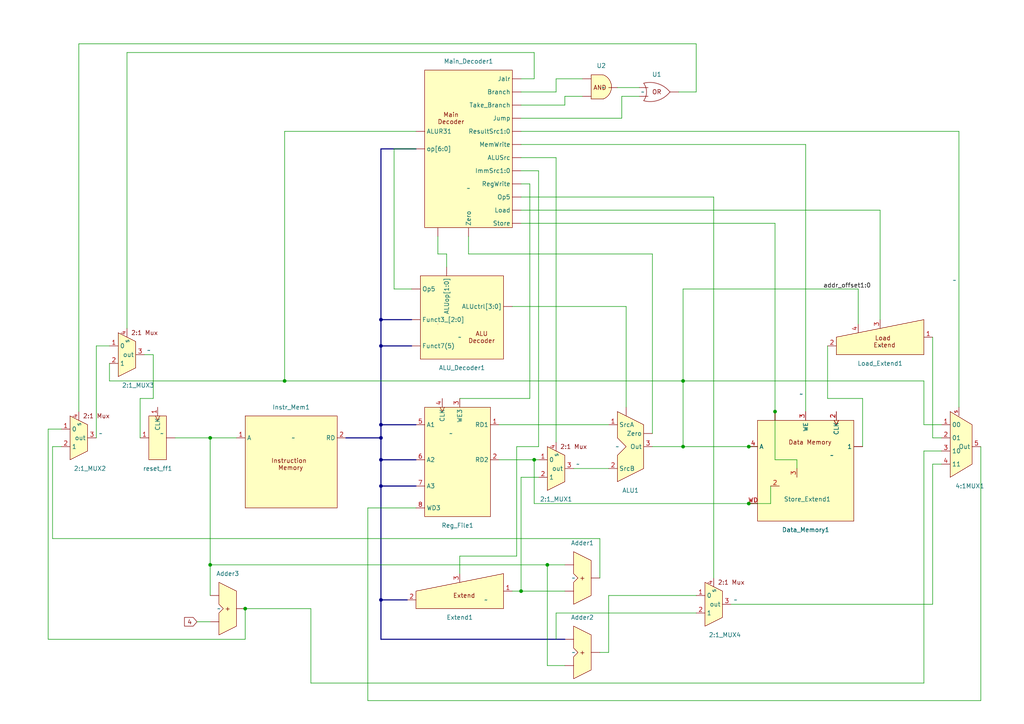
<source format=kicad_sch>
(kicad_sch (version 20230121) (generator eeschema)

  (uuid 2f34f6d2-3d96-41f1-a935-da256f05b03a)

  (paper "A4")

  (lib_symbols
    (symbol "RiscV_Microachitecture:ALU" (in_bom yes) (on_board yes)
      (property "Reference" "ALU" (at 2.54 -12.7 0)
        (effects (font (size 1.27 1.27)))
      )
      (property "Value" "" (at 0 0 0)
        (effects (font (size 1.27 1.27)))
      )
      (property "Footprint" "" (at 0 0 0)
        (effects (font (size 1.27 1.27)) hide)
      )
      (property "Datasheet" "" (at 0 0 0)
        (effects (font (size 1.27 1.27)) hide)
      )
      (symbol "ALU_1_1"
        (polyline
          (pts
            (xy 0 10.16)
            (xy 0 2.54)
            (xy 2.54 0)
            (xy 0 -2.54)
            (xy 0 -10.16)
            (xy 7.62 -6.35)
            (xy 7.62 6.35)
            (xy 0 10.16)
          )
          (stroke (width 0) (type default))
          (fill (type background))
        )
        (pin input line (at 2.54 11.43 270) (length 2.54)
          (name "" (effects (font (size 1.27 1.27))))
          (number "" (effects (font (size 1.27 1.27))))
        )
        (pin input line (at 10.16 3.81 180) (length 2.54)
          (name "Zero" (effects (font (size 1.27 1.27))))
          (number "" (effects (font (size 1.27 1.27))))
        )
        (pin input line (at -2.54 6.35 0) (length 2.54)
          (name "SrcA" (effects (font (size 1.27 1.27))))
          (number "1" (effects (font (size 1.27 1.27))))
        )
        (pin input line (at -2.54 -6.35 0) (length 2.54)
          (name "SrcB" (effects (font (size 1.27 1.27))))
          (number "2" (effects (font (size 1.27 1.27))))
        )
        (pin output line (at 10.16 0 180) (length 2.54)
          (name "Out" (effects (font (size 1.27 1.27))))
          (number "3" (effects (font (size 1.27 1.27))))
        )
      )
    )
    (symbol "RiscV_Microachitecture:ALU_Decoder" (in_bom yes) (on_board yes)
      (property "Reference" "ALU_Decoder" (at 0 -13.97 0)
        (effects (font (size 1.27 1.27)))
      )
      (property "Value" "" (at 0 -5.08 0)
        (effects (font (size 1.27 1.27)))
      )
      (property "Footprint" "" (at 0 -5.08 0)
        (effects (font (size 1.27 1.27)) hide)
      )
      (property "Datasheet" "" (at 0 -5.08 0)
        (effects (font (size 1.27 1.27)) hide)
      )
      (symbol "ALU_Decoder_1_1"
        (rectangle (start -11.43 12.7) (end 12.7 -11.43)
          (stroke (width 0) (type default))
          (fill (type background))
        )
        (rectangle (start -6.35 -1.27) (end -6.35 -1.27)
          (stroke (width 0) (type default))
          (fill (type none))
        )
        (text "ALU\nDecoder" (at 6.35 -5.08 0)
          (effects (font (size 1.27 1.27)))
        )
        (pin input line (at 15.24 3.81 180) (length 2.54)
          (name "ALUctrl[3:0]" (effects (font (size 1.27 1.27))))
          (number "" (effects (font (size 1.27 1.27))))
        )
        (pin input line (at -3.81 15.24 270) (length 2.54)
          (name "ALUop[1:0]" (effects (font (size 1.27 1.27))))
          (number "" (effects (font (size 1.27 1.27))))
        )
        (pin input line (at -13.97 0 0) (length 2.54)
          (name "Funct3_[2:0]" (effects (font (size 1.27 1.27))))
          (number "" (effects (font (size 1.27 1.27))))
        )
        (pin input line (at -13.97 -7.62 0) (length 2.54)
          (name "Funct7(5)" (effects (font (size 1.27 1.27))))
          (number "" (effects (font (size 1.27 1.27))))
        )
        (pin input line (at -13.97 8.89 0) (length 2.54)
          (name "Op5" (effects (font (size 1.27 1.27))))
          (number "" (effects (font (size 1.27 1.27))))
        )
      )
    )
    (symbol "RiscV_Microachitecture:AND_Gate" (in_bom yes) (on_board yes)
      (property "Reference" "U" (at 0 -5.08 0)
        (effects (font (size 1.27 1.27)))
      )
      (property "Value" "" (at 1.016 0 0)
        (effects (font (size 1.27 1.27)))
      )
      (property "Footprint" "" (at 1.016 0 0)
        (effects (font (size 1.27 1.27)) hide)
      )
      (property "Datasheet" "" (at 1.016 0 0)
        (effects (font (size 1.27 1.27)) hide)
      )
      (symbol "AND_Gate_1_1"
        (polyline
          (pts
            (xy 0.889 3.683)
            (xy -2.54 3.683)
            (xy -2.54 -3.302)
            (xy 1.016 -3.302)
          )
          (stroke (width 0) (type default))
          (fill (type background))
        )
        (arc (start 1.016 -3.302) (mid 3.3619 0.1905) (end 1.016 3.683)
          (stroke (width 0) (type default))
          (fill (type background))
        )
        (text "AND" (at 0 0 0)
          (effects (font (size 1.27 1.27)))
        )
        (pin input line (at -5.08 -2.54 0) (length 2.54)
          (name "" (effects (font (size 1.27 1.27))))
          (number "" (effects (font (size 1.27 1.27))))
        )
        (pin input line (at -5.08 2.54 0) (length 2.54)
          (name "" (effects (font (size 1.27 1.27))))
          (number "" (effects (font (size 1.27 1.27))))
        )
        (pin output line (at 5.08 0 180) (length 2.54)
          (name "" (effects (font (size 1.27 1.27))))
          (number "" (effects (font (size 1.27 1.27))))
        )
      )
    )
    (symbol "RiscV_Microachitecture:Adder" (in_bom yes) (on_board yes)
      (property "Reference" "Adder" (at 2.54 -8.89 0)
        (effects (font (size 1.27 1.27)))
      )
      (property "Value" "" (at 0 0 0)
        (effects (font (size 1.27 1.27)))
      )
      (property "Footprint" "" (at 0 0 0)
        (effects (font (size 1.27 1.27)) hide)
      )
      (property "Datasheet" "" (at 0 0 0)
        (effects (font (size 1.27 1.27)) hide)
      )
      (symbol "Adder_1_1"
        (polyline
          (pts
            (xy 0 7.62)
            (xy 0 1.27)
            (xy 1.27 0)
            (xy 0 -1.27)
            (xy 0 -7.62)
            (xy 5.08 -5.08)
            (xy 5.08 5.08)
            (xy 0 7.62)
          )
          (stroke (width 0) (type default))
          (fill (type background))
        )
        (text "+" (at 2.54 0 0)
          (effects (font (size 1.27 1.27)))
        )
        (pin input line (at -2.54 -3.81 0) (length 2.54)
          (name "" (effects (font (size 1.27 1.27))))
          (number "" (effects (font (size 1.27 1.27))))
        )
        (pin input line (at -2.54 3.81 0) (length 2.54)
          (name "" (effects (font (size 1.27 1.27))))
          (number "" (effects (font (size 1.27 1.27))))
        )
        (pin output line (at 7.62 0 180) (length 2.54)
          (name "" (effects (font (size 1.27 1.27))))
          (number "" (effects (font (size 1.27 1.27))))
        )
      )
    )
    (symbol "RiscV_Microachitecture:Data_Memory" (in_bom yes) (on_board yes)
      (property "Reference" "Data_Memory" (at 0 -17.78 0)
        (effects (font (size 1.27 1.27)))
      )
      (property "Value" "" (at 6.35 3.81 0)
        (effects (font (size 1.27 1.27)))
      )
      (property "Footprint" "" (at 6.35 3.81 0)
        (effects (font (size 1.27 1.27)) hide)
      )
      (property "Datasheet" "" (at 6.35 3.81 0)
        (effects (font (size 1.27 1.27)) hide)
      )
      (symbol "Data_Memory_1_1"
        (rectangle (start -15.24 13.97) (end 12.7 -15.24)
          (stroke (width 0) (type default))
          (fill (type background))
        )
        (text "Data Memory" (at 0 7.62 0)
          (effects (font (size 1.27 1.27)))
        )
        (pin input line (at -10.16 16.51 270) (length 2.54)
          (name "" (effects (font (size 1.27 1.27))))
          (number "" (effects (font (size 1.27 1.27))))
        )
        (pin output line (at 15.24 6.35 180) (length 2.54)
          (name "1" (effects (font (size 1.27 1.27))))
          (number "" (effects (font (size 1.27 1.27))))
        )
        (pin input clock (at 7.62 16.51 270) (length 2.54)
          (name "CLK" (effects (font (size 1.27 1.27))))
          (number "2" (effects (font (size 1.27 1.27))))
        )
        (pin input line (at -1.27 16.51 270) (length 2.54)
          (name "WE" (effects (font (size 1.27 1.27))))
          (number "3" (effects (font (size 1.27 1.27))))
        )
        (pin input line (at -17.78 6.35 0) (length 2.54)
          (name "A" (effects (font (size 1.27 1.27))))
          (number "4" (effects (font (size 1.27 1.27))))
        )
        (pin input line (at -17.78 -10.16 0) (length 2.54)
          (name "" (effects (font (size 1.27 1.27))))
          (number "WD" (effects (font (size 1.27 1.27))))
        )
      )
    )
    (symbol "RiscV_Microachitecture:Extend" (in_bom yes) (on_board yes)
      (property "Reference" "Extend" (at 1.27 -5.08 0)
        (effects (font (size 1.27 1.27)))
      )
      (property "Value" "" (at 7.62 0 0)
        (effects (font (size 1.27 1.27)))
      )
      (property "Footprint" "" (at 7.62 0 0)
        (effects (font (size 1.27 1.27)) hide)
      )
      (property "Datasheet" "" (at 7.62 0 0)
        (effects (font (size 1.27 1.27)) hide)
      )
      (symbol "Extend_1_1"
        (polyline
          (pts
            (xy -12.7 -2.54)
            (xy 12.7 -2.54)
            (xy 12.7 7.62)
            (xy -12.7 2.54)
            (xy -12.7 -2.54)
          )
          (stroke (width 0) (type default))
          (fill (type background))
        )
        (text "Extend" (at 1.27 1.27 0)
          (effects (font (size 1.27 1.27)))
        )
        (pin output line (at 15.24 2.54 180) (length 2.54)
          (name "" (effects (font (size 1.27 1.27))))
          (number "1" (effects (font (size 1.27 1.27))))
        )
        (pin input line (at -15.24 0 0) (length 2.54)
          (name "" (effects (font (size 1.27 1.27))))
          (number "2" (effects (font (size 1.27 1.27))))
        )
        (pin input line (at 0 7.62 270) (length 2.54)
          (name "" (effects (font (size 1.27 1.27))))
          (number "3" (effects (font (size 1.27 1.27))))
        )
      )
    )
    (symbol "RiscV_Microachitecture:Instruction_Memory" (in_bom yes) (on_board yes)
      (property "Reference" "Instr_Mem" (at 0 -15.24 0)
        (effects (font (size 1.27 1.27)))
      )
      (property "Value" "" (at 0 7.62 0)
        (effects (font (size 1.27 1.27)))
      )
      (property "Footprint" "" (at 0 7.62 0)
        (effects (font (size 1.27 1.27)) hide)
      )
      (property "Datasheet" "" (at 0 7.62 0)
        (effects (font (size 1.27 1.27)) hide)
      )
      (symbol "Instruction_Memory_1_1"
        (rectangle (start -13.97 13.97) (end 12.7 -12.7)
          (stroke (width 0) (type default))
          (fill (type background))
        )
        (text "Instruction\n Memory" (at -1.27 0 0)
          (effects (font (size 1.27 1.27)))
        )
        (pin input line (at -16.51 7.62 0) (length 2.54)
          (name "A" (effects (font (size 1.27 1.27))))
          (number "1" (effects (font (size 1.27 1.27))))
        )
        (pin output line (at 15.24 7.62 180) (length 2.54)
          (name "RD" (effects (font (size 1.27 1.27))))
          (number "2" (effects (font (size 1.27 1.27))))
        )
      )
    )
    (symbol "RiscV_Microachitecture:Main_Decoder" (in_bom yes) (on_board yes)
      (property "Reference" "Main_Decoder" (at -1.27 36.83 0)
        (effects (font (size 1.27 1.27)))
      )
      (property "Value" "" (at 0 0 0)
        (effects (font (size 1.27 1.27)))
      )
      (property "Footprint" "" (at 0 0 0)
        (effects (font (size 1.27 1.27)) hide)
      )
      (property "Datasheet" "" (at 0 0 0)
        (effects (font (size 1.27 1.27)) hide)
      )
      (symbol "Main_Decoder_1_1"
        (rectangle (start -12.7 34.29) (end 12.7 -11.43)
          (stroke (width 0) (type default))
          (fill (type background))
        )
        (text "Main\nDecoder" (at -5.08 20.32 0)
          (effects (font (size 1.27 1.27)))
        )
        (pin output line (at -8.89 -13.97 90) (length 2.54)
          (name "" (effects (font (size 1.27 1.27))))
          (number "" (effects (font (size 1.27 1.27))))
        )
        (pin input line (at -15.24 16.51 0) (length 2.54)
          (name "ALUR31" (effects (font (size 1.27 1.27))))
          (number "" (effects (font (size 1.27 1.27))))
        )
        (pin output line (at 15.24 8.89 180) (length 2.54)
          (name "ALUSrc" (effects (font (size 1.27 1.27))))
          (number "" (effects (font (size 1.27 1.27))))
        )
        (pin input line (at 15.24 27.94 180) (length 2.54)
          (name "Branch" (effects (font (size 1.27 1.27))))
          (number "" (effects (font (size 1.27 1.27))))
        )
        (pin output line (at 15.24 5.08 180) (length 2.54)
          (name "ImmSrc1:0" (effects (font (size 1.27 1.27))))
          (number "" (effects (font (size 1.27 1.27))))
        )
        (pin output line (at 15.24 31.75 180) (length 2.54)
          (name "Jalr" (effects (font (size 1.27 1.27))))
          (number "" (effects (font (size 1.27 1.27))))
        )
        (pin output line (at 15.24 20.32 180) (length 2.54)
          (name "Jump" (effects (font (size 1.27 1.27))))
          (number "" (effects (font (size 1.27 1.27))))
        )
        (pin output line (at 15.24 -6.35 180) (length 2.54)
          (name "Load" (effects (font (size 1.27 1.27))))
          (number "" (effects (font (size 1.27 1.27))))
        )
        (pin output line (at 15.24 12.7 180) (length 2.54)
          (name "MemWrite" (effects (font (size 1.27 1.27))))
          (number "" (effects (font (size 1.27 1.27))))
        )
        (pin output line (at 15.24 -2.54 180) (length 2.54)
          (name "Op5" (effects (font (size 1.27 1.27))))
          (number "" (effects (font (size 1.27 1.27))))
        )
        (pin output line (at 15.24 1.27 180) (length 2.54)
          (name "RegWrite" (effects (font (size 1.27 1.27))))
          (number "" (effects (font (size 1.27 1.27))))
        )
        (pin output line (at 15.24 16.51 180) (length 2.54)
          (name "ResultSrc1:0" (effects (font (size 1.27 1.27))))
          (number "" (effects (font (size 1.27 1.27))))
        )
        (pin output line (at 15.24 -10.16 180) (length 2.54)
          (name "Store" (effects (font (size 1.27 1.27))))
          (number "" (effects (font (size 1.27 1.27))))
        )
        (pin input line (at 15.24 24.13 180) (length 2.54)
          (name "Take_Branch" (effects (font (size 1.27 1.27))))
          (number "" (effects (font (size 1.27 1.27))))
        )
        (pin input line (at 0 -13.97 90) (length 2.54)
          (name "Zero" (effects (font (size 1.27 1.27))))
          (number "" (effects (font (size 1.27 1.27))))
        )
        (pin input line (at -15.24 11.43 0) (length 2.54)
          (name "op[6:0]" (effects (font (size 1.27 1.27))))
          (number "" (effects (font (size 1.27 1.27))))
        )
      )
    )
    (symbol "RiscV_Microachitecture:Mux_2{colon}1" (in_bom yes) (on_board yes)
      (property "Reference" "2:1_MUX" (at 0 -8.89 0)
        (effects (font (size 1.27 1.27)))
      )
      (property "Value" "" (at 6.35 1.27 0)
        (effects (font (size 1.27 1.27)))
      )
      (property "Footprint" "" (at 6.35 1.27 0)
        (effects (font (size 1.27 1.27)) hide)
      )
      (property "Datasheet" "" (at 6.35 1.27 0)
        (effects (font (size 1.27 1.27)) hide)
      )
      (symbol "Mux_2{colon}1_0_1"
        (polyline
          (pts
            (xy 2.54 1.27)
            (xy 2.54 1.27)
          )
          (stroke (width 0) (type default))
          (fill (type none))
        )
        (polyline
          (pts
            (xy 2.54 1.27)
            (xy 2.54 1.27)
          )
          (stroke (width 0) (type default))
          (fill (type none))
        )
      )
      (symbol "Mux_2{colon}1_1_1"
        (polyline
          (pts
            (xy -2.54 6.35)
            (xy -2.54 -6.35)
            (xy 2.54 -3.81)
            (xy 2.54 3.81)
            (xy -2.54 6.35)
          )
          (stroke (width 0) (type default))
          (fill (type background))
        )
        (text "2:1 Mux" (at 5.08 6.35 0)
          (effects (font (size 1.27 1.27)))
        )
        (pin input line (at -5.08 2.54 0) (length 2.54)
          (name "0" (effects (font (size 1.27 1.27))))
          (number "1" (effects (font (size 1.27 1.27))))
        )
        (pin input line (at -5.08 -2.54 0) (length 2.54)
          (name "1" (effects (font (size 1.27 1.27))))
          (number "2" (effects (font (size 1.27 1.27))))
        )
        (pin output line (at 5.08 0 180) (length 2.54)
          (name "out" (effects (font (size 1.27 1.27))))
          (number "3" (effects (font (size 1.27 1.27))))
        )
        (pin input line (at 0 7.62 270) (length 2.54)
          (name "s" (effects (font (size 1.27 1.27))))
          (number "4" (effects (font (size 1.27 1.27))))
        )
      )
    )
    (symbol "RiscV_Microachitecture:Mux_4{colon}1" (in_bom yes) (on_board yes)
      (property "Reference" "4:1MUX" (at -1.27 -11.43 0)
        (effects (font (size 1.27 1.27)))
      )
      (property "Value" "" (at -1.27 48.26 0)
        (effects (font (size 1.27 1.27)))
      )
      (property "Footprint" "" (at -1.27 48.26 0)
        (effects (font (size 1.27 1.27)) hide)
      )
      (property "Datasheet" "" (at -1.27 48.26 0)
        (effects (font (size 1.27 1.27)) hide)
      )
      (symbol "Mux_4{colon}1_0_1"
        (polyline
          (pts
            (xy 8.89 21.59)
            (xy 8.89 21.59)
          )
          (stroke (width 0) (type default))
          (fill (type none))
        )
        (polyline
          (pts
            (xy 8.89 21.59)
            (xy 8.89 21.59)
          )
          (stroke (width 0) (type default))
          (fill (type none))
        )
      )
      (symbol "Mux_4{colon}1_1_1"
        (polyline
          (pts
            (xy -2.54 10.16)
            (xy -2.54 -8.89)
            (xy 3.81 -5.08)
            (xy 3.81 6.35)
            (xy -2.54 10.16)
          )
          (stroke (width 0) (type default))
          (fill (type background))
        )
        (pin input line (at -5.08 6.35 0) (length 2.54)
          (name "00" (effects (font (size 1.27 1.27))))
          (number "1" (effects (font (size 1.27 1.27))))
        )
        (pin input line (at -5.08 2.54 0) (length 2.54)
          (name "01" (effects (font (size 1.27 1.27))))
          (number "2" (effects (font (size 1.27 1.27))))
        )
        (pin input line (at -5.08 -1.27 0) (length 2.54)
          (name "10" (effects (font (size 1.27 1.27))))
          (number "3" (effects (font (size 1.27 1.27))))
        )
        (pin input line (at -5.08 -5.08 0) (length 2.54)
          (name "11" (effects (font (size 1.27 1.27))))
          (number "4" (effects (font (size 1.27 1.27))))
        )
        (pin output line (at 6.35 0 180) (length 2.54)
          (name "Out" (effects (font (size 1.27 1.27))))
          (number "5" (effects (font (size 1.27 1.27))))
        )
        (pin input line (at 0 11.43 270) (length 2.54)
          (name "" (effects (font (size 1.27 1.27))))
          (number "s" (effects (font (size 1.27 1.27))))
        )
      )
    )
    (symbol "RiscV_Microachitecture:OR_Gate" (in_bom yes) (on_board yes)
      (property "Reference" "U" (at -5.334 0 0)
        (effects (font (size 1.27 1.27)))
      )
      (property "Value" "" (at -5.334 0 0)
        (effects (font (size 1.27 1.27)))
      )
      (property "Footprint" "" (at -5.334 0 0)
        (effects (font (size 1.27 1.27)) hide)
      )
      (property "Datasheet" "" (at -5.334 0 0)
        (effects (font (size 1.27 1.27)) hide)
      )
      (symbol "OR_Gate_0_1"
        (arc (start -5.08 -2.54) (mid -4.247 0) (end -5.08 2.54)
          (stroke (width 0) (type default))
          (fill (type none))
        )
        (arc (start -5.08 -2.54) (mid -0.8872 -2.4184) (end 2.54 0)
          (stroke (width 0) (type default))
          (fill (type none))
        )
        (arc (start 2.54 0) (mid -0.9011 2.3767) (end -5.08 2.54)
          (stroke (width 0) (type default))
          (fill (type none))
        )
      )
      (symbol "OR_Gate_1_1"
        (text "OR" (at -1.27 0 0)
          (effects (font (size 1.27 1.27)))
        )
        (pin input line (at -6.35 -1.27 0) (length 2.54)
          (name "" (effects (font (size 1.27 1.27))))
          (number "" (effects (font (size 1.27 1.27))))
        )
        (pin input line (at -6.35 1.27 0) (length 2.54)
          (name "" (effects (font (size 1.27 1.27))))
          (number "" (effects (font (size 1.27 1.27))))
        )
        (pin output line (at 5.08 0 180) (length 2.54)
          (name "" (effects (font (size 1.27 1.27))))
          (number "" (effects (font (size 1.27 1.27))))
        )
      )
    )
    (symbol "RiscV_Microachitecture:Register_File" (in_bom yes) (on_board yes)
      (property "Reference" "Reg_File" (at 0 -17.78 0)
        (effects (font (size 1.27 1.27)))
      )
      (property "Value" "" (at -1.27 7.62 0)
        (effects (font (size 1.27 1.27)))
      )
      (property "Footprint" "" (at -1.27 7.62 0)
        (effects (font (size 1.27 1.27)) hide)
      )
      (property "Datasheet" "" (at -1.27 7.62 0)
        (effects (font (size 1.27 1.27)) hide)
      )
      (symbol "Register_File_1_1"
        (rectangle (start -8.89 15.24) (end 10.16 -16.51)
          (stroke (width 0) (type default))
          (fill (type background))
        )
        (pin output line (at 12.7 10.16 180) (length 2.54)
          (name "RD1" (effects (font (size 1.27 1.27))))
          (number "1" (effects (font (size 1.27 1.27))))
        )
        (pin output line (at 12.7 0 180) (length 2.54)
          (name "RD2" (effects (font (size 1.27 1.27))))
          (number "2" (effects (font (size 1.27 1.27))))
        )
        (pin input line (at 1.27 17.78 270) (length 2.54)
          (name "WE3" (effects (font (size 1.27 1.27))))
          (number "3" (effects (font (size 1.27 1.27))))
        )
        (pin input clock (at -3.81 17.78 270) (length 2.54)
          (name "CLK" (effects (font (size 1.27 1.27))))
          (number "4" (effects (font (size 1.27 1.27))))
        )
        (pin input line (at -11.43 10.16 0) (length 2.54)
          (name "A1" (effects (font (size 1.27 1.27))))
          (number "5" (effects (font (size 1.27 1.27))))
        )
        (pin input line (at -11.43 0 0) (length 2.54)
          (name "A2" (effects (font (size 1.27 1.27))))
          (number "6" (effects (font (size 1.27 1.27))))
        )
        (pin input line (at -11.43 -7.62 0) (length 2.54)
          (name "A3" (effects (font (size 1.27 1.27))))
          (number "7" (effects (font (size 1.27 1.27))))
        )
        (pin input line (at -11.43 -13.97 0) (length 2.54)
          (name "WD3" (effects (font (size 1.27 1.27))))
          (number "8" (effects (font (size 1.27 1.27))))
        )
      )
    )
    (symbol "RiscV_Microachitecture:Store_extend" (in_bom yes) (on_board yes)
      (property "Reference" "Store_Extend" (at 1.27 -3.81 0)
        (effects (font (size 1.27 1.27)))
      )
      (property "Value" "" (at 0 27.94 0)
        (effects (font (size 1.27 1.27)))
      )
      (property "Footprint" "" (at 0 27.94 0)
        (effects (font (size 1.27 1.27)) hide)
      )
      (property "Datasheet" "" (at 0 27.94 0)
        (effects (font (size 1.27 1.27)) hide)
      )
      (symbol "Store_extend_1_1"
        (polyline
          (pts
            (xy -6.35 -1.27)
            (xy 8.89 -1.27)
            (xy 8.89 6.35)
            (xy -6.35 2.54)
            (xy -6.35 -1.27)
          )
          (stroke (width 0) (type default))
          (fill (type background))
        )
        (text "Store\nExtend" (at 1.27 1.27 0)
          (effects (font (size 1.27 1.27)))
        )
        (pin input line (at -8.89 1.27 0) (length 2.54)
          (name "" (effects (font (size 1.27 1.27))))
          (number "2" (effects (font (size 1.27 1.27))))
        )
        (pin input line (at -1.27 6.35 270) (length 2.54)
          (name "" (effects (font (size 1.27 1.27))))
          (number "3" (effects (font (size 1.27 1.27))))
        )
      )
    )
    (symbol "RiscV_Microachitecture:load_extend" (in_bom yes) (on_board yes)
      (property "Reference" "Load_Extend" (at 0 -3.81 0)
        (effects (font (size 1.27 1.27)))
      )
      (property "Value" "" (at 0 0 0)
        (effects (font (size 1.27 1.27)))
      )
      (property "Footprint" "" (at 0 0 0)
        (effects (font (size 1.27 1.27)) hide)
      )
      (property "Datasheet" "" (at 0 0 0)
        (effects (font (size 1.27 1.27)) hide)
      )
      (symbol "load_extend_1_1"
        (polyline
          (pts
            (xy -12.7 -2.54)
            (xy 12.7 -2.54)
            (xy 12.7 7.62)
            (xy -12.7 2.54)
            (xy -12.7 -2.54)
          )
          (stroke (width 0) (type default))
          (fill (type background))
        )
        (text "Load \nExtend" (at 1.27 1.27 0)
          (effects (font (size 1.27 1.27)))
        )
        (pin output line (at 15.24 2.54 180) (length 2.54)
          (name "" (effects (font (size 1.27 1.27))))
          (number "1" (effects (font (size 1.27 1.27))))
        )
        (pin input line (at -15.24 0 0) (length 2.54)
          (name "" (effects (font (size 1.27 1.27))))
          (number "2" (effects (font (size 1.27 1.27))))
        )
        (pin input line (at 0 7.62 270) (length 2.54)
          (name "" (effects (font (size 1.27 1.27))))
          (number "3" (effects (font (size 1.27 1.27))))
        )
        (pin input line (at -6.35 6.35 270) (length 2.54)
          (name "" (effects (font (size 1.27 1.27))))
          (number "4" (effects (font (size 1.27 1.27))))
        )
      )
    )
    (symbol "RiscV_Microachitecture:reset_ff" (in_bom yes) (on_board yes)
      (property "Reference" "reset_ff" (at 0 -8.89 0)
        (effects (font (size 1.27 1.27)))
      )
      (property "Value" "" (at 1.27 1.27 0)
        (effects (font (size 1.27 1.27)))
      )
      (property "Footprint" "" (at 1.27 1.27 0)
        (effects (font (size 1.27 1.27)) hide)
      )
      (property "Datasheet" "" (at 1.27 1.27 0)
        (effects (font (size 1.27 1.27)) hide)
      )
      (symbol "reset_ff_1_1"
        (rectangle (start -2.54 6.35) (end 2.54 -6.35)
          (stroke (width 0) (type default))
          (fill (type background))
        )
        (pin output line (at 5.08 0 180) (length 2.54)
          (name "" (effects (font (size 1.27 1.27))))
          (number "" (effects (font (size 1.27 1.27))))
        )
        (pin input line (at -5.08 0 0) (length 2.54)
          (name "" (effects (font (size 1.27 1.27))))
          (number "1" (effects (font (size 1.27 1.27))))
        )
        (pin input clock (at 0 8.89 270) (length 2.54)
          (name "CLK" (effects (font (size 1.27 1.27))))
          (number "1" (effects (font (size 1.27 1.27))))
        )
      )
    )
  )

  (junction (at 158.75 163.83) (diameter 0) (color 0 0 0 0)
    (uuid 104ef2be-f5a3-4023-83fe-327b68282712)
  )
  (junction (at 110.49 92.71) (diameter 0) (color 0 0 0 0)
    (uuid 19334798-4b9c-4b91-b176-e226a9cffa33)
  )
  (junction (at 151.13 171.45) (diameter 0) (color 0 0 0 0)
    (uuid 2e301edd-61c1-4406-979a-91e409081c9f)
  )
  (junction (at 198.12 110.49) (diameter 0) (color 0 0 0 0)
    (uuid 309ac25d-9fba-4110-8f39-7d047623e77c)
  )
  (junction (at 198.12 129.54) (diameter 0) (color 0 0 0 0)
    (uuid 3c1a9d50-191c-4332-a9af-0db51cc1687b)
  )
  (junction (at 60.96 163.83) (diameter 0) (color 0 0 0 0)
    (uuid 41965500-a394-434f-a6d3-b275138cd43f)
  )
  (junction (at 217.17 146.05) (diameter 0) (color 0 0 0 0)
    (uuid 68800656-1713-4648-85b2-9854fb07e021)
  )
  (junction (at 110.49 133.35) (diameter 0) (color 0 0 0 0)
    (uuid 7b9df124-d212-4e4b-a16c-e907a5fed940)
  )
  (junction (at 60.96 127) (diameter 0) (color 0 0 0 0)
    (uuid 836bf43b-9bd5-4e75-8866-07097b0e936d)
  )
  (junction (at 110.49 140.97) (diameter 0) (color 0 0 0 0)
    (uuid 8a58d387-bc7c-4520-9a61-0e210605b0f8)
  )
  (junction (at 224.79 119.38) (diameter 0) (color 0 0 0 0)
    (uuid 8dbe4465-bd9f-4e7f-9802-83695872fa43)
  )
  (junction (at 71.12 176.53) (diameter 0) (color 0 0 0 0)
    (uuid 9301518e-bb04-4c66-9cb5-3d074ce4b7aa)
  )
  (junction (at 110.49 127) (diameter 0) (color 0 0 0 0)
    (uuid 9e1323c4-06fa-4692-888a-19084d297052)
  )
  (junction (at 110.49 173.99) (diameter 0) (color 0 0 0 0)
    (uuid b178ae68-c7c4-429a-94a7-d78d93035dea)
  )
  (junction (at 82.55 110.49) (diameter 0) (color 0 0 0 0)
    (uuid b7aacbf6-1d98-48c3-b3d0-d557fbc8914d)
  )
  (junction (at 110.49 100.33) (diameter 0) (color 0 0 0 0)
    (uuid c5b9861a-572a-4859-b97d-e85b3586fa21)
  )
  (junction (at 110.49 123.19) (diameter 0) (color 0 0 0 0)
    (uuid cc66edfb-21af-4337-84d4-e80bb066162e)
  )
  (junction (at 154.94 133.35) (diameter 0) (color 0 0 0 0)
    (uuid e788cb8d-b19c-4fa6-9685-bfce08fefddf)
  )
  (junction (at 217.17 129.54) (diameter 0) (color 0 0 0 0)
    (uuid fa1b8671-9f0f-435b-a5c3-2dc733b2892b)
  )

  (wire (pts (xy 207.01 57.15) (xy 151.13 57.15))
    (stroke (width 0) (type default))
    (uuid 037bc937-d275-4bb1-92cf-450af4216f8b)
  )
  (bus (pts (xy 110.49 140.97) (xy 120.65 140.97))
    (stroke (width 0) (type default))
    (uuid 05b9686e-bdef-4b5f-85a1-9ce5565f9c80)
  )

  (wire (pts (xy 161.29 45.72) (xy 161.29 128.27))
    (stroke (width 0) (type default))
    (uuid 05fa9d23-5ef5-4eed-8c9c-8b2eecbd23ca)
  )
  (wire (pts (xy 189.23 129.54) (xy 198.12 129.54))
    (stroke (width 0) (type default))
    (uuid 082005f5-1380-4a5e-b090-68ea379e9c5f)
  )
  (wire (pts (xy 82.55 110.49) (xy 31.75 110.49))
    (stroke (width 0) (type default))
    (uuid 09378960-9f17-4798-b709-f6c6fa58ef1e)
  )
  (wire (pts (xy 90.17 198.12) (xy 267.97 198.12))
    (stroke (width 0) (type default))
    (uuid 0948f9ae-6475-40dd-84ad-61c03f59fb44)
  )
  (bus (pts (xy 110.49 43.18) (xy 120.65 43.18))
    (stroke (width 0) (type default))
    (uuid 0b3415d9-ecb3-413c-92bb-80c3486f60ed)
  )

  (wire (pts (xy 158.75 163.83) (xy 158.75 193.04))
    (stroke (width 0) (type default))
    (uuid 0f1d45f5-a298-40f6-a7ca-e2eae3dd3b6d)
  )
  (wire (pts (xy 151.13 53.34) (xy 153.67 53.34))
    (stroke (width 0) (type default))
    (uuid 0f8be3d0-b00c-4d7d-80c3-f8a811fc74be)
  )
  (bus (pts (xy 100.33 127) (xy 110.49 127))
    (stroke (width 0) (type default))
    (uuid 12c3cd2f-fbf6-4283-b40b-7ce798186929)
  )

  (wire (pts (xy 176.53 172.72) (xy 201.93 172.72))
    (stroke (width 0) (type default))
    (uuid 17cf122a-4d8f-468b-8141-d11c7eee3897)
  )
  (wire (pts (xy 149.86 129.54) (xy 149.86 161.29))
    (stroke (width 0) (type default))
    (uuid 190b3404-ef5d-4821-825f-c09b2467b480)
  )
  (wire (pts (xy 158.75 193.04) (xy 163.83 193.04))
    (stroke (width 0) (type default))
    (uuid 1a08daed-73f7-4a13-a741-7bc2635729f4)
  )
  (bus (pts (xy 110.49 140.97) (xy 110.49 173.99))
    (stroke (width 0) (type default))
    (uuid 1a5e58eb-c67e-4b9c-b6af-015ac8ce312c)
  )

  (wire (pts (xy 151.13 41.91) (xy 233.68 41.91))
    (stroke (width 0) (type default))
    (uuid 1aaaf0f7-263d-48b8-85e4-4ef105c0bdab)
  )
  (wire (pts (xy 151.13 30.48) (xy 163.83 30.48))
    (stroke (width 0) (type default))
    (uuid 1ae95f6a-812d-4d1e-aed3-1c55bdccb515)
  )
  (wire (pts (xy 161.29 185.42) (xy 161.29 177.8))
    (stroke (width 0) (type default))
    (uuid 1cdca526-54af-452f-a7a3-7d7975d00b85)
  )
  (wire (pts (xy 151.13 34.29) (xy 180.34 34.29))
    (stroke (width 0) (type default))
    (uuid 1d0ee2f1-666f-428e-be5c-710d5e5a591a)
  )
  (wire (pts (xy 163.83 30.48) (xy 163.83 27.94))
    (stroke (width 0) (type default))
    (uuid 1dfc6233-c472-4866-ba3e-3eed4574402e)
  )
  (wire (pts (xy 151.13 171.45) (xy 151.13 138.43))
    (stroke (width 0) (type default))
    (uuid 1fa4e6ff-821c-4243-927f-9e9e1de8221a)
  )
  (wire (pts (xy 181.61 88.9) (xy 181.61 118.11))
    (stroke (width 0) (type default))
    (uuid 20870437-bbb6-4c0d-83b9-e813efeae903)
  )
  (wire (pts (xy 27.94 127) (xy 27.94 100.33))
    (stroke (width 0) (type default))
    (uuid 21564af8-f9b0-49a7-a638-fedab89f09ed)
  )
  (bus (pts (xy 110.49 92.71) (xy 119.38 92.71))
    (stroke (width 0) (type default))
    (uuid 23a830a1-73e3-414c-b906-33fc9cb0d6b2)
  )

  (wire (pts (xy 163.83 27.94) (xy 168.91 27.94))
    (stroke (width 0) (type default))
    (uuid 252db805-373a-44df-b19a-8dd90a98dff3)
  )
  (wire (pts (xy 207.01 167.64) (xy 207.01 57.15))
    (stroke (width 0) (type default))
    (uuid 25dcd549-c3f7-4b30-9ed6-89b6625e48e8)
  )
  (wire (pts (xy 270.51 127) (xy 273.05 127))
    (stroke (width 0) (type default))
    (uuid 26643bad-d0f1-4e39-9bc5-c0f9aca8cb2a)
  )
  (bus (pts (xy 110.49 173.99) (xy 118.11 173.99))
    (stroke (width 0) (type default))
    (uuid 26bf237b-4ee7-48ec-80e6-412572bf4bab)
  )
  (bus (pts (xy 110.49 133.35) (xy 120.65 133.35))
    (stroke (width 0) (type default))
    (uuid 27f2c106-631b-4c54-b907-24db629f6e92)
  )

  (wire (pts (xy 161.29 177.8) (xy 201.93 177.8))
    (stroke (width 0) (type default))
    (uuid 330906d7-7fe9-4fa6-945b-1b408a182321)
  )
  (wire (pts (xy 31.75 110.49) (xy 31.75 105.41))
    (stroke (width 0) (type default))
    (uuid 34df20ed-817e-4fde-b816-dd8d5135a1af)
  )
  (wire (pts (xy 180.34 34.29) (xy 180.34 27.94))
    (stroke (width 0) (type default))
    (uuid 3e0cb48c-261c-4454-872e-134a7a7b28af)
  )
  (wire (pts (xy 151.13 49.53) (xy 156.21 49.53))
    (stroke (width 0) (type default))
    (uuid 3ee45832-9fcf-4d05-853c-0fc0fc022e4a)
  )
  (wire (pts (xy 267.97 130.81) (xy 273.05 130.81))
    (stroke (width 0) (type default))
    (uuid 3fd556bf-78bf-43c4-bb96-63f725347bdc)
  )
  (wire (pts (xy 114.3 83.82) (xy 119.38 83.82))
    (stroke (width 0) (type default))
    (uuid 4179e651-a193-4475-9cdf-08df50497476)
  )
  (wire (pts (xy 176.53 189.23) (xy 176.53 172.72))
    (stroke (width 0) (type default))
    (uuid 41a8ea5b-b968-4bd3-8a85-0a913694dd31)
  )
  (wire (pts (xy 278.13 38.1) (xy 278.13 118.11))
    (stroke (width 0) (type default))
    (uuid 446a7d14-9e3c-49de-b8f2-0ae50380e94f)
  )
  (wire (pts (xy 217.17 129.54) (xy 219.71 129.54))
    (stroke (width 0) (type default))
    (uuid 457a702d-3ae6-42d6-a177-175e211e51f5)
  )
  (wire (pts (xy 180.34 27.94) (xy 185.42 27.94))
    (stroke (width 0) (type default))
    (uuid 47b9f45b-169c-4afd-92e2-7cb2330ffa8f)
  )
  (wire (pts (xy 284.48 203.2) (xy 106.68 203.2))
    (stroke (width 0) (type default))
    (uuid 47ff2200-16be-457d-9f67-792ab169fa48)
  )
  (wire (pts (xy 148.59 88.9) (xy 181.61 88.9))
    (stroke (width 0) (type default))
    (uuid 48c5ad0b-9f47-48ee-adf1-b5c0fb73b49f)
  )
  (wire (pts (xy 154.94 133.35) (xy 154.94 146.05))
    (stroke (width 0) (type default))
    (uuid 498e73e2-511a-4a6c-9ea3-5cd84f508462)
  )
  (wire (pts (xy 153.67 115.57) (xy 133.35 115.57))
    (stroke (width 0) (type default))
    (uuid 4d828f10-8232-4f25-a612-e191df6981f6)
  )
  (wire (pts (xy 240.03 115.57) (xy 240.03 100.33))
    (stroke (width 0) (type default))
    (uuid 501443ca-0435-45b0-9661-360182f7fa3e)
  )
  (wire (pts (xy 156.21 49.53) (xy 156.21 129.54))
    (stroke (width 0) (type default))
    (uuid 50493688-41e8-4059-a136-8d019972f40d)
  )
  (wire (pts (xy 198.12 110.49) (xy 82.55 110.49))
    (stroke (width 0) (type default))
    (uuid 54086f88-f852-4e0a-8eff-e551cc0b9a09)
  )
  (wire (pts (xy 250.19 115.57) (xy 240.03 115.57))
    (stroke (width 0) (type default))
    (uuid 575f8c1b-2a0a-4fe3-b705-7bb72d59b6e5)
  )
  (wire (pts (xy 231.14 133.35) (xy 231.14 135.89))
    (stroke (width 0) (type default))
    (uuid 57c85666-2a0a-4d2a-8bab-c4059a6174c6)
  )
  (wire (pts (xy 270.51 97.79) (xy 270.51 127))
    (stroke (width 0) (type default))
    (uuid 5970fe92-0db2-4d6d-bca7-89c12446cbe4)
  )
  (wire (pts (xy 148.59 171.45) (xy 151.13 171.45))
    (stroke (width 0) (type default))
    (uuid 59a3c103-a3be-4cfc-ac82-29481df99dba)
  )
  (wire (pts (xy 36.83 15.24) (xy 154.94 15.24))
    (stroke (width 0) (type default))
    (uuid 5d1507c1-ef65-4c98-8b48-08d635e9105f)
  )
  (wire (pts (xy 40.64 115.57) (xy 40.64 127))
    (stroke (width 0) (type default))
    (uuid 5de98a9b-ccc6-4b1b-8d3c-b715a77a47ff)
  )
  (wire (pts (xy 198.12 129.54) (xy 217.17 129.54))
    (stroke (width 0) (type default))
    (uuid 5eedf7a3-62cd-442a-8f06-03aca2d1e4a1)
  )
  (wire (pts (xy 41.91 102.87) (xy 44.45 102.87))
    (stroke (width 0) (type default))
    (uuid 60634ed6-e9d1-4f25-8590-666358268f05)
  )
  (wire (pts (xy 13.97 124.46) (xy 17.78 124.46))
    (stroke (width 0) (type default))
    (uuid 60c6e364-5406-458d-b3af-1ad7e516f9da)
  )
  (wire (pts (xy 224.79 64.77) (xy 224.79 119.38))
    (stroke (width 0) (type default))
    (uuid 629debf0-4f6a-48db-a006-ec2e876d942d)
  )
  (wire (pts (xy 201.93 26.67) (xy 196.85 26.67))
    (stroke (width 0) (type default))
    (uuid 6ac60ef9-c6f5-48fb-a1d7-007e74c4809c)
  )
  (wire (pts (xy 156.21 129.54) (xy 149.86 129.54))
    (stroke (width 0) (type default))
    (uuid 6afa6703-80ab-4bee-b7e1-2a2d3d15098c)
  )
  (wire (pts (xy 129.54 73.66) (xy 129.54 77.47))
    (stroke (width 0) (type default))
    (uuid 6d35d5c5-4e1d-4628-9c2b-7c24db5be959)
  )
  (wire (pts (xy 82.55 38.1) (xy 82.55 110.49))
    (stroke (width 0) (type default))
    (uuid 6fae4ca6-3fee-43e7-8dc5-798d94e1ce53)
  )
  (wire (pts (xy 223.52 146.05) (xy 217.17 146.05))
    (stroke (width 0) (type default))
    (uuid 70c7b798-d988-4153-9b5f-577c94d28e60)
  )
  (wire (pts (xy 106.68 147.32) (xy 120.65 147.32))
    (stroke (width 0) (type default))
    (uuid 714d658b-57b1-4a37-b533-2e9f25ebe199)
  )
  (wire (pts (xy 151.13 26.67) (xy 161.29 26.67))
    (stroke (width 0) (type default))
    (uuid 75f8e81c-91bc-4bd7-8d73-0a06ee5db098)
  )
  (wire (pts (xy 15.24 129.54) (xy 17.78 129.54))
    (stroke (width 0) (type default))
    (uuid 789937d4-76c3-4dc0-a4f2-ce8483cac30e)
  )
  (wire (pts (xy 173.99 189.23) (xy 176.53 189.23))
    (stroke (width 0) (type default))
    (uuid 793ba8cc-fe25-437b-873a-db7535bf0902)
  )
  (wire (pts (xy 106.68 203.2) (xy 106.68 147.32))
    (stroke (width 0) (type default))
    (uuid 7a8b3484-bfde-4058-8a49-98a5d8e6b5e3)
  )
  (wire (pts (xy 223.52 140.97) (xy 223.52 146.05))
    (stroke (width 0) (type default))
    (uuid 7d745475-5666-4588-94fe-5787ee5b9b91)
  )
  (wire (pts (xy 189.23 125.73) (xy 189.23 73.66))
    (stroke (width 0) (type default))
    (uuid 7ebe2450-50ba-4502-a505-9e533baddd9a)
  )
  (wire (pts (xy 224.79 119.38) (xy 224.79 133.35))
    (stroke (width 0) (type default))
    (uuid 807f8608-aec0-4c2d-8cb0-136c4a0fc5e4)
  )
  (wire (pts (xy 127 73.66) (xy 129.54 73.66))
    (stroke (width 0) (type default))
    (uuid 81e38c22-bd3d-4173-ac17-c625b3dbb5d2)
  )
  (wire (pts (xy 255.27 60.96) (xy 255.27 92.71))
    (stroke (width 0) (type default))
    (uuid 8293d3e5-dced-4e94-ba80-189b4a47c1a1)
  )
  (wire (pts (xy 267.97 110.49) (xy 267.97 123.19))
    (stroke (width 0) (type default))
    (uuid 8329afb9-0576-4e99-9c85-38f2363a47b1)
  )
  (wire (pts (xy 161.29 26.67) (xy 161.29 22.86))
    (stroke (width 0) (type default))
    (uuid 848820b1-8cdc-4139-87be-321001bfcb61)
  )
  (bus (pts (xy 110.49 100.33) (xy 119.38 100.33))
    (stroke (width 0) (type default))
    (uuid 84cda087-3b13-498a-8ca5-81c430df86a9)
  )
  (bus (pts (xy 110.49 43.18) (xy 110.49 92.71))
    (stroke (width 0) (type default))
    (uuid 859fe00d-e003-4622-aa4a-b65848818eb0)
  )

  (wire (pts (xy 71.12 185.42) (xy 13.97 185.42))
    (stroke (width 0) (type default))
    (uuid 8c1e8eb5-7eb8-4d86-b605-b625eda852e4)
  )
  (wire (pts (xy 284.48 129.54) (xy 284.48 203.2))
    (stroke (width 0) (type default))
    (uuid 8d1e9829-c882-4620-9173-22890b0d5414)
  )
  (wire (pts (xy 114.3 43.18) (xy 120.65 43.18))
    (stroke (width 0) (type default))
    (uuid 8f3c7a2f-80b6-4679-98db-d060171eaf6d)
  )
  (wire (pts (xy 60.96 163.83) (xy 60.96 172.72))
    (stroke (width 0) (type default))
    (uuid 90df2f5c-2dc1-4d3a-9d10-b998e7c9c11b)
  )
  (wire (pts (xy 90.17 176.53) (xy 90.17 198.12))
    (stroke (width 0) (type default))
    (uuid 910dbf07-6620-42cd-a433-f3fb3400be6f)
  )
  (wire (pts (xy 144.78 133.35) (xy 154.94 133.35))
    (stroke (width 0) (type default))
    (uuid 91bed6e9-5607-42be-a27f-c03f6fc7eea6)
  )
  (wire (pts (xy 179.07 25.4) (xy 185.42 25.4))
    (stroke (width 0) (type default))
    (uuid 93cc2e03-283a-4486-baf6-40d6d177f9b8)
  )
  (wire (pts (xy 248.92 83.82) (xy 248.92 93.98))
    (stroke (width 0) (type default))
    (uuid 94e8b0c5-9ead-46a0-8b20-de0c4ab65214)
  )
  (wire (pts (xy 144.78 123.19) (xy 176.53 123.19))
    (stroke (width 0) (type default))
    (uuid 9610fb85-e1b6-41ea-bb10-0d511801a9c5)
  )
  (wire (pts (xy 127 68.58) (xy 127 73.66))
    (stroke (width 0) (type default))
    (uuid 986a834f-2845-4f7f-82d3-de75e54de887)
  )
  (bus (pts (xy 110.49 123.19) (xy 110.49 127))
    (stroke (width 0) (type default))
    (uuid 99a75048-18ad-4d52-bab6-34c111ed5b66)
  )

  (wire (pts (xy 57.15 180.34) (xy 60.96 180.34))
    (stroke (width 0) (type default))
    (uuid 9c4c4b8e-24a5-4e33-8c3b-339b06f83848)
  )
  (wire (pts (xy 151.13 60.96) (xy 255.27 60.96))
    (stroke (width 0) (type default))
    (uuid 9cf5ead7-f2a2-47b9-81af-8a86c44b888f)
  )
  (wire (pts (xy 198.12 83.82) (xy 248.92 83.82))
    (stroke (width 0) (type default))
    (uuid 9d6ac8e1-d149-4bcf-8880-bcc8d03d0f14)
  )
  (bus (pts (xy 110.49 173.99) (xy 110.49 185.42))
    (stroke (width 0) (type default))
    (uuid a01e11ad-3b9d-4e76-bc2a-117cc839c78d)
  )

  (wire (pts (xy 15.24 156.21) (xy 15.24 129.54))
    (stroke (width 0) (type default))
    (uuid a27c517a-2845-4683-9ca9-abbf8fc2f62e)
  )
  (wire (pts (xy 60.96 127) (xy 68.58 127))
    (stroke (width 0) (type default))
    (uuid a5ef3aaa-78a7-45a0-8051-b7a7ba04ae38)
  )
  (wire (pts (xy 161.29 22.86) (xy 168.91 22.86))
    (stroke (width 0) (type default))
    (uuid a674ad75-2c72-4d87-9ea7-bd4b14e1d79f)
  )
  (wire (pts (xy 27.94 100.33) (xy 31.75 100.33))
    (stroke (width 0) (type default))
    (uuid a7838005-233b-4dcf-ba97-6f2a84487a95)
  )
  (wire (pts (xy 44.45 115.57) (xy 40.64 115.57))
    (stroke (width 0) (type default))
    (uuid aa8e749c-6105-4aa0-939d-bd2311e79188)
  )
  (wire (pts (xy 212.09 175.26) (xy 270.51 175.26))
    (stroke (width 0) (type default))
    (uuid ab96010c-7fd2-48bf-86ae-1c307bdc7ca5)
  )
  (wire (pts (xy 120.65 38.1) (xy 82.55 38.1))
    (stroke (width 0) (type default))
    (uuid ac89bb3c-7078-4026-8aeb-6e34f7da2811)
  )
  (bus (pts (xy 110.49 100.33) (xy 110.49 92.71))
    (stroke (width 0) (type default))
    (uuid ad027975-3163-4443-b7c1-d55c24295824)
  )
  (bus (pts (xy 110.49 127) (xy 110.49 133.35))
    (stroke (width 0) (type default))
    (uuid af583ddb-71fa-4c14-9f45-5197e5699194)
  )

  (wire (pts (xy 270.51 175.26) (xy 270.51 134.62))
    (stroke (width 0) (type default))
    (uuid afa35f29-aa8d-4a28-a688-1818b2564e06)
  )
  (bus (pts (xy 110.49 185.42) (xy 163.83 185.42))
    (stroke (width 0) (type default))
    (uuid b0c957a9-1b75-4144-b079-981c64249455)
  )

  (wire (pts (xy 114.3 43.18) (xy 114.3 83.82))
    (stroke (width 0) (type default))
    (uuid b0e4fa45-ad82-48b9-8162-557b7d5eb468)
  )
  (wire (pts (xy 71.12 176.53) (xy 90.17 176.53))
    (stroke (width 0) (type default))
    (uuid b1d46d2b-35c0-4ef2-8704-081a1a668382)
  )
  (wire (pts (xy 270.51 134.62) (xy 273.05 134.62))
    (stroke (width 0) (type default))
    (uuid b4e8c89e-169f-4f77-9ec8-6b1f22807aa5)
  )
  (bus (pts (xy 110.49 100.33) (xy 110.49 123.19))
    (stroke (width 0) (type default))
    (uuid b525f4a4-bf53-4bb5-8d16-06b1fe5d4800)
  )

  (wire (pts (xy 163.83 163.83) (xy 158.75 163.83))
    (stroke (width 0) (type default))
    (uuid b72d18ba-72e4-4907-bad8-f3c2a7c59fe0)
  )
  (wire (pts (xy 22.86 119.38) (xy 22.86 12.7))
    (stroke (width 0) (type default))
    (uuid b801c3aa-4e2d-43b5-bfd2-58d4ef3f9988)
  )
  (wire (pts (xy 153.67 53.34) (xy 153.67 115.57))
    (stroke (width 0) (type default))
    (uuid b80b13dd-f39d-43f9-9734-4ebec1ce9d48)
  )
  (wire (pts (xy 71.12 176.53) (xy 71.12 185.42))
    (stroke (width 0) (type default))
    (uuid b8aeabef-fd31-479b-9c0c-7d3233ba1928)
  )
  (wire (pts (xy 135.89 73.66) (xy 135.89 68.58))
    (stroke (width 0) (type default))
    (uuid ba2daf0b-edb7-45a3-9217-5e4d9ac2043d)
  )
  (wire (pts (xy 267.97 130.81) (xy 267.97 198.12))
    (stroke (width 0) (type default))
    (uuid bae862bc-d764-4d74-b496-0924f9cd0118)
  )
  (wire (pts (xy 154.94 133.35) (xy 156.21 133.35))
    (stroke (width 0) (type default))
    (uuid be5dff76-6f22-4b4d-8892-502e790cdb70)
  )
  (wire (pts (xy 173.99 156.21) (xy 15.24 156.21))
    (stroke (width 0) (type default))
    (uuid c0c3512b-a239-4675-ad96-a237f020048c)
  )
  (wire (pts (xy 60.96 127) (xy 60.96 163.83))
    (stroke (width 0) (type default))
    (uuid c19a2e8f-494b-4561-b2f3-ef1216846f92)
  )
  (wire (pts (xy 50.8 127) (xy 60.96 127))
    (stroke (width 0) (type default))
    (uuid c1b36b0c-74e6-42f3-8e0f-7367db37e539)
  )
  (wire (pts (xy 198.12 110.49) (xy 198.12 83.82))
    (stroke (width 0) (type default))
    (uuid c37f430e-6174-4966-959d-6f0aca02e514)
  )
  (wire (pts (xy 198.12 129.54) (xy 198.12 110.49))
    (stroke (width 0) (type default))
    (uuid c9f30ce8-a3e7-4104-adbd-cd2e6f3a9fa5)
  )
  (wire (pts (xy 13.97 185.42) (xy 13.97 124.46))
    (stroke (width 0) (type default))
    (uuid ca00d55f-331d-40e8-8275-fc66bc3e76a3)
  )
  (wire (pts (xy 151.13 171.45) (xy 163.83 171.45))
    (stroke (width 0) (type default))
    (uuid cbf2d986-603f-4aa6-b828-45b64b26584b)
  )
  (wire (pts (xy 151.13 138.43) (xy 156.21 138.43))
    (stroke (width 0) (type default))
    (uuid cda84182-f63a-4cfd-b82b-432514e3460f)
  )
  (wire (pts (xy 151.13 64.77) (xy 224.79 64.77))
    (stroke (width 0) (type default))
    (uuid cdbf9929-a752-4aae-a3d6-b8d276441c87)
  )
  (wire (pts (xy 154.94 22.86) (xy 151.13 22.86))
    (stroke (width 0) (type default))
    (uuid cdf682e0-40c9-41be-b3aa-78aae0816bd3)
  )
  (wire (pts (xy 201.93 12.7) (xy 201.93 26.67))
    (stroke (width 0) (type default))
    (uuid ce6c2233-c436-4e8c-9b56-63e8d8998a75)
  )
  (wire (pts (xy 189.23 73.66) (xy 135.89 73.66))
    (stroke (width 0) (type default))
    (uuid d4c6379d-b136-4978-a3fd-7b8bb2672eeb)
  )
  (bus (pts (xy 110.49 133.35) (xy 110.49 140.97))
    (stroke (width 0) (type default))
    (uuid d7b94a69-deb0-4889-924c-95cb8db5f61f)
  )

  (wire (pts (xy 198.12 110.49) (xy 267.97 110.49))
    (stroke (width 0) (type default))
    (uuid dc70b7c4-78c6-4434-90d8-378eab9e1b14)
  )
  (wire (pts (xy 233.68 41.91) (xy 233.68 119.38))
    (stroke (width 0) (type default))
    (uuid dd79fa5e-adf4-45cf-8723-e34e630ff0cf)
  )
  (wire (pts (xy 173.99 167.64) (xy 173.99 156.21))
    (stroke (width 0) (type default))
    (uuid de0774bb-a6e9-481d-97ea-c7483134d5e9)
  )
  (wire (pts (xy 250.19 129.54) (xy 250.19 115.57))
    (stroke (width 0) (type default))
    (uuid dea86d02-e43c-4779-9dfb-226640458588)
  )
  (wire (pts (xy 224.79 133.35) (xy 231.14 133.35))
    (stroke (width 0) (type default))
    (uuid e313db4a-2de5-49f2-90f3-0eb6c0cc4712)
  )
  (wire (pts (xy 154.94 146.05) (xy 217.17 146.05))
    (stroke (width 0) (type default))
    (uuid e515fd76-178e-45c3-b827-5bdae7a86f99)
  )
  (bus (pts (xy 110.49 123.19) (xy 120.65 123.19))
    (stroke (width 0) (type default))
    (uuid e9e0d53b-c72c-48ea-93aa-aff7c58cfa77)
  )

  (wire (pts (xy 151.13 38.1) (xy 278.13 38.1))
    (stroke (width 0) (type default))
    (uuid e9e48fbc-90dc-490e-b3c0-3759bdcad125)
  )
  (wire (pts (xy 149.86 161.29) (xy 133.35 161.29))
    (stroke (width 0) (type default))
    (uuid ea3225b8-722a-43d7-8f52-c7bcec8a0764)
  )
  (wire (pts (xy 154.94 15.24) (xy 154.94 22.86))
    (stroke (width 0) (type default))
    (uuid ec0a008f-1176-4c67-a878-204de28c4db7)
  )
  (wire (pts (xy 166.37 135.89) (xy 176.53 135.89))
    (stroke (width 0) (type default))
    (uuid efd3892b-75aa-4093-9da2-906a4a712fc5)
  )
  (wire (pts (xy 151.13 45.72) (xy 161.29 45.72))
    (stroke (width 0) (type default))
    (uuid f177eaba-3cae-4925-89c1-19cd62e03558)
  )
  (wire (pts (xy 133.35 161.29) (xy 133.35 166.37))
    (stroke (width 0) (type default))
    (uuid f2460441-aa18-481b-9e03-967e239aa952)
  )
  (wire (pts (xy 44.45 102.87) (xy 44.45 115.57))
    (stroke (width 0) (type default))
    (uuid f4a8d1b0-ac72-46dd-a394-886e9ab02893)
  )
  (wire (pts (xy 22.86 12.7) (xy 201.93 12.7))
    (stroke (width 0) (type default))
    (uuid f5946a34-92b1-40a8-ad72-66d65e31bb37)
  )
  (wire (pts (xy 267.97 123.19) (xy 273.05 123.19))
    (stroke (width 0) (type default))
    (uuid fd20399e-88ad-401a-ad95-2574343163ae)
  )
  (wire (pts (xy 158.75 163.83) (xy 60.96 163.83))
    (stroke (width 0) (type default))
    (uuid fdcafa73-3a41-4d83-9a6b-fddf7cf69c9e)
  )
  (wire (pts (xy 36.83 15.24) (xy 36.83 95.25))
    (stroke (width 0) (type default))
    (uuid ff35ad51-2212-4096-8e65-9c83413ddb0b)
  )

  (label "addr_offset1:0" (at 238.76 83.82 0) (fields_autoplaced)
    (effects (font (size 1.27 1.27)) (justify left bottom))
    (uuid f1c1895b-12bb-4504-b279-987c54bff47f)
  )

  (global_label "4" (shape input) (at 57.15 180.34 180) (fields_autoplaced)
    (effects (font (size 1.27 1.27)) (justify right))
    (uuid cfa50eb5-377e-4d56-890b-b46631b53b53)
    (property "Intersheetrefs" "${INTERSHEET_REFS}" (at 52.9553 180.34 0)
      (effects (font (size 1.27 1.27)) (justify right) hide)
    )
  )

  (symbol (lib_id "RiscV_Microachitecture:Main_Decoder") (at 135.89 54.61 0) (unit 1)
    (in_bom yes) (on_board yes) (dnp no) (fields_autoplaced)
    (uuid 02c8f236-cfa0-40f4-973f-661beb9abd4b)
    (property "Reference" "Main_Decoder1" (at 135.89 17.78 0)
      (effects (font (size 1.27 1.27)))
    )
    (property "Value" "~" (at 135.89 54.61 0)
      (effects (font (size 1.27 1.27)))
    )
    (property "Footprint" "" (at 135.89 54.61 0)
      (effects (font (size 1.27 1.27)) hide)
    )
    (property "Datasheet" "" (at 135.89 54.61 0)
      (effects (font (size 1.27 1.27)) hide)
    )
    (pin "" (uuid a1774ba5-887a-4651-b4d6-e462693f7502))
    (pin "" (uuid a1774ba5-887a-4651-b4d6-e462693f7502))
    (pin "" (uuid a1774ba5-887a-4651-b4d6-e462693f7502))
    (pin "" (uuid a1774ba5-887a-4651-b4d6-e462693f7502))
    (pin "" (uuid a1774ba5-887a-4651-b4d6-e462693f7502))
    (pin "" (uuid a1774ba5-887a-4651-b4d6-e462693f7502))
    (pin "" (uuid a1774ba5-887a-4651-b4d6-e462693f7502))
    (pin "" (uuid a1774ba5-887a-4651-b4d6-e462693f7502))
    (pin "" (uuid a1774ba5-887a-4651-b4d6-e462693f7502))
    (pin "" (uuid a1774ba5-887a-4651-b4d6-e462693f7502))
    (pin "" (uuid a1774ba5-887a-4651-b4d6-e462693f7502))
    (pin "" (uuid a1774ba5-887a-4651-b4d6-e462693f7502))
    (pin "" (uuid a1774ba5-887a-4651-b4d6-e462693f7502))
    (pin "" (uuid a1774ba5-887a-4651-b4d6-e462693f7502))
    (pin "" (uuid a1774ba5-887a-4651-b4d6-e462693f7502))
    (pin "" (uuid a1774ba5-887a-4651-b4d6-e462693f7502))
    (instances
      (project "RiscV_SingleCycle_Microarchitecture"
        (path "/2f34f6d2-3d96-41f1-a935-da256f05b03a"
          (reference "Main_Decoder1") (unit 1)
        )
      )
    )
  )

  (symbol (lib_id "RiscV_Microachitecture:ALU_Decoder") (at 133.35 92.71 0) (unit 1)
    (in_bom yes) (on_board yes) (dnp no) (fields_autoplaced)
    (uuid 29d7ee46-63f8-46db-9338-30fca8836527)
    (property "Reference" "ALU_Decoder1" (at 133.985 106.68 0)
      (effects (font (size 1.27 1.27)))
    )
    (property "Value" "~" (at 133.35 97.79 0)
      (effects (font (size 1.27 1.27)))
    )
    (property "Footprint" "" (at 133.35 97.79 0)
      (effects (font (size 1.27 1.27)) hide)
    )
    (property "Datasheet" "" (at 133.35 97.79 0)
      (effects (font (size 1.27 1.27)) hide)
    )
    (pin "" (uuid 43076cfb-8ecf-4e42-9789-26ccc0a85450))
    (pin "" (uuid e06536b7-8328-4571-a2dc-f80448d84517))
    (pin "" (uuid dfe5d9ed-800d-44f7-b0d7-576f89d14322))
    (pin "" (uuid b8d53cd3-4122-4a96-a07f-9f27ddbf7e00))
    (pin "" (uuid 7cb32a1d-c409-4ae5-81cf-a48bce9b3b01))
    (instances
      (project "RiscV_SingleCycle_Microarchitecture"
        (path "/2f34f6d2-3d96-41f1-a935-da256f05b03a"
          (reference "ALU_Decoder1") (unit 1)
        )
      )
    )
  )

  (symbol (lib_id "RiscV_Microachitecture:Mux_4{colon}1") (at 278.13 129.54 0) (unit 1)
    (in_bom yes) (on_board yes) (dnp no)
    (uuid 2f341088-018d-42e3-a511-d9c776219334)
    (property "Reference" "4:1MUX1" (at 281.305 140.97 0)
      (effects (font (size 1.27 1.27)))
    )
    (property "Value" "~" (at 276.86 81.28 0)
      (effects (font (size 1.27 1.27)))
    )
    (property "Footprint" "" (at 276.86 81.28 0)
      (effects (font (size 1.27 1.27)) hide)
    )
    (property "Datasheet" "" (at 276.86 81.28 0)
      (effects (font (size 1.27 1.27)) hide)
    )
    (pin "1" (uuid 850c9b7b-6f94-467b-b8d3-3ec0f72bc383))
    (pin "2" (uuid 0f45a6c9-81a4-4e33-9233-dbd94d77965b))
    (pin "3" (uuid 68b5f059-e2db-4762-9f61-4d2e487bc1c6))
    (pin "4" (uuid f0dd2ec6-a62a-43cf-96de-e4bcc99fe858))
    (pin "5" (uuid 0976811d-cf1b-4d41-bfda-0642ead4fcb9))
    (pin "s" (uuid 325fb018-38b1-431d-b623-441c80259134))
    (instances
      (project "RiscV_SingleCycle_Microarchitecture"
        (path "/2f34f6d2-3d96-41f1-a935-da256f05b03a"
          (reference "4:1MUX1") (unit 1)
        )
      )
    )
  )

  (symbol (lib_id "RiscV_Microachitecture:Adder") (at 166.37 189.23 0) (unit 1)
    (in_bom yes) (on_board yes) (dnp no) (fields_autoplaced)
    (uuid 3342f611-b8b1-430d-aead-cbee3677379a)
    (property "Reference" "Adder2" (at 168.91 179.07 0)
      (effects (font (size 1.27 1.27)))
    )
    (property "Value" "~" (at 166.37 189.23 0)
      (effects (font (size 1.27 1.27)))
    )
    (property "Footprint" "" (at 166.37 189.23 0)
      (effects (font (size 1.27 1.27)) hide)
    )
    (property "Datasheet" "" (at 166.37 189.23 0)
      (effects (font (size 1.27 1.27)) hide)
    )
    (pin "" (uuid 95aefca1-b42f-4693-8d8d-4476904b4fd5))
    (pin "" (uuid 95aefca1-b42f-4693-8d8d-4476904b4fd5))
    (pin "" (uuid 95aefca1-b42f-4693-8d8d-4476904b4fd5))
    (instances
      (project "RiscV_SingleCycle_Microarchitecture"
        (path "/2f34f6d2-3d96-41f1-a935-da256f05b03a"
          (reference "Adder2") (unit 1)
        )
      )
    )
  )

  (symbol (lib_id "RiscV_Microachitecture:Store_extend") (at 232.41 142.24 0) (unit 1)
    (in_bom yes) (on_board yes) (dnp no)
    (uuid 33bed73e-d028-4866-8bcd-80c5f7704426)
    (property "Reference" "Store_Extend1" (at 227.33 144.78 0)
      (effects (font (size 1.27 1.27)) (justify left))
    )
    (property "Value" "~" (at 232.41 114.3 0)
      (effects (font (size 1.27 1.27)))
    )
    (property "Footprint" "" (at 232.41 114.3 0)
      (effects (font (size 1.27 1.27)) hide)
    )
    (property "Datasheet" "" (at 232.41 114.3 0)
      (effects (font (size 1.27 1.27)) hide)
    )
    (pin "2" (uuid 899e2532-3459-4e2e-8d20-53ad258f04c9))
    (pin "3" (uuid 0067434e-e2cc-46e8-b029-83a81a43fc2f))
    (instances
      (project "RiscV_SingleCycle_Microarchitecture"
        (path "/2f34f6d2-3d96-41f1-a935-da256f05b03a"
          (reference "Store_Extend1") (unit 1)
        )
      )
    )
  )

  (symbol (lib_id "RiscV_Microachitecture:ALU") (at 179.07 129.54 0) (unit 1)
    (in_bom yes) (on_board yes) (dnp no) (fields_autoplaced)
    (uuid 35ed1dd3-fee7-432e-aa3c-7519282ec57a)
    (property "Reference" "ALU1" (at 182.88 142.24 0)
      (effects (font (size 1.27 1.27)))
    )
    (property "Value" "~" (at 179.07 129.54 0)
      (effects (font (size 1.27 1.27)))
    )
    (property "Footprint" "" (at 179.07 129.54 0)
      (effects (font (size 1.27 1.27)) hide)
    )
    (property "Datasheet" "" (at 179.07 129.54 0)
      (effects (font (size 1.27 1.27)) hide)
    )
    (pin "" (uuid 3e396d22-165c-4d0d-b728-16f7ee8b8bd8))
    (pin "" (uuid 3e396d22-165c-4d0d-b728-16f7ee8b8bd8))
    (pin "1" (uuid 85223c9a-282f-427a-9ade-20dbe5462501))
    (pin "2" (uuid 95a581d8-4005-4900-8003-e2cc9f0c9c0d))
    (pin "3" (uuid d27e35d3-e6e2-40e2-9ada-e7fdf22eef1a))
    (instances
      (project "RiscV_SingleCycle_Microarchitecture"
        (path "/2f34f6d2-3d96-41f1-a935-da256f05b03a"
          (reference "ALU1") (unit 1)
        )
      )
    )
  )

  (symbol (lib_id "RiscV_Microachitecture:Mux_2{colon}1") (at 207.01 175.26 0) (unit 1)
    (in_bom yes) (on_board yes) (dnp no) (fields_autoplaced)
    (uuid 5b704234-0346-476f-837c-9cf72015da19)
    (property "Reference" "2:1_MUX4" (at 210.2406 184.15 0)
      (effects (font (size 1.27 1.27)))
    )
    (property "Value" "~" (at 213.36 173.99 0)
      (effects (font (size 1.27 1.27)))
    )
    (property "Footprint" "" (at 213.36 173.99 0)
      (effects (font (size 1.27 1.27)) hide)
    )
    (property "Datasheet" "" (at 213.36 173.99 0)
      (effects (font (size 1.27 1.27)) hide)
    )
    (pin "1" (uuid a180d9ea-075b-45b3-adb7-6cd67df582c2))
    (pin "2" (uuid 176afc48-0029-4f18-8aa7-6f7967c4e391))
    (pin "3" (uuid 7631ee1c-2f1c-44af-a8b3-dc67598e7476))
    (pin "4" (uuid 236368d9-4d6d-4bb9-aab3-7eed6cc4de04))
    (instances
      (project "RiscV_SingleCycle_Microarchitecture"
        (path "/2f34f6d2-3d96-41f1-a935-da256f05b03a"
          (reference "2:1_MUX4") (unit 1)
        )
      )
    )
  )

  (symbol (lib_id "RiscV_Microachitecture:reset_ff") (at 45.72 127 0) (unit 1)
    (in_bom yes) (on_board yes) (dnp no) (fields_autoplaced)
    (uuid 6c4fd6ab-eb2a-4df7-8341-a5d6b89d0db1)
    (property "Reference" "reset_ff1" (at 45.72 135.89 0)
      (effects (font (size 1.27 1.27)))
    )
    (property "Value" "~" (at 46.99 125.73 0)
      (effects (font (size 1.27 1.27)))
    )
    (property "Footprint" "" (at 46.99 125.73 0)
      (effects (font (size 1.27 1.27)) hide)
    )
    (property "Datasheet" "" (at 46.99 125.73 0)
      (effects (font (size 1.27 1.27)) hide)
    )
    (pin "" (uuid e33ede98-f027-4901-bf0b-2321da6fbf33))
    (pin "1" (uuid 18fa396d-cf8c-443a-a944-3de2d139c7fd))
    (pin "1" (uuid 18fa396d-cf8c-443a-a944-3de2d139c7fd))
    (instances
      (project "RiscV_SingleCycle_Microarchitecture"
        (path "/2f34f6d2-3d96-41f1-a935-da256f05b03a"
          (reference "reset_ff1") (unit 1)
        )
      )
    )
  )

  (symbol (lib_id "RiscV_Microachitecture:Mux_2{colon}1") (at 22.86 127 0) (unit 1)
    (in_bom yes) (on_board yes) (dnp no) (fields_autoplaced)
    (uuid 749ba41b-046f-46bf-ab6f-05f975aa3282)
    (property "Reference" "2:1_MUX2" (at 26.0906 135.89 0)
      (effects (font (size 1.27 1.27)))
    )
    (property "Value" "~" (at 29.21 125.73 0)
      (effects (font (size 1.27 1.27)))
    )
    (property "Footprint" "" (at 29.21 125.73 0)
      (effects (font (size 1.27 1.27)) hide)
    )
    (property "Datasheet" "" (at 29.21 125.73 0)
      (effects (font (size 1.27 1.27)) hide)
    )
    (pin "1" (uuid ef248761-43da-4e8e-a0aa-bb7e5fa073f2))
    (pin "2" (uuid af4db39c-998a-4edb-8067-3ba00719a909))
    (pin "3" (uuid c0da04ef-72f7-411c-bfa7-070a6e300536))
    (pin "4" (uuid dc0bff7e-cd37-4764-8559-4e6a95fcbb28))
    (instances
      (project "RiscV_SingleCycle_Microarchitecture"
        (path "/2f34f6d2-3d96-41f1-a935-da256f05b03a"
          (reference "2:1_MUX2") (unit 1)
        )
      )
    )
  )

  (symbol (lib_id "RiscV_Microachitecture:AND_Gate") (at 173.99 25.4 0) (unit 1)
    (in_bom yes) (on_board yes) (dnp no) (fields_autoplaced)
    (uuid 7c3ecfa4-375d-4d1e-b89a-b368a021832c)
    (property "Reference" "U2" (at 174.4009 19.05 0)
      (effects (font (size 1.27 1.27)))
    )
    (property "Value" "~" (at 175.006 25.4 0)
      (effects (font (size 1.27 1.27)))
    )
    (property "Footprint" "" (at 175.006 25.4 0)
      (effects (font (size 1.27 1.27)) hide)
    )
    (property "Datasheet" "" (at 175.006 25.4 0)
      (effects (font (size 1.27 1.27)) hide)
    )
    (pin "" (uuid 90016ecc-0871-452d-b9f9-02ff84f392f4))
    (pin "" (uuid 90016ecc-0871-452d-b9f9-02ff84f392f4))
    (pin "" (uuid 90016ecc-0871-452d-b9f9-02ff84f392f4))
    (instances
      (project "RiscV_SingleCycle_Microarchitecture"
        (path "/2f34f6d2-3d96-41f1-a935-da256f05b03a"
          (reference "U2") (unit 1)
        )
      )
    )
  )

  (symbol (lib_id "RiscV_Microachitecture:Mux_2{colon}1") (at 161.29 135.89 0) (unit 1)
    (in_bom yes) (on_board yes) (dnp no)
    (uuid 80960f8b-512e-4b9e-921f-a62d164a76dc)
    (property "Reference" "2:1_MUX1" (at 161.29 144.78 0)
      (effects (font (size 1.27 1.27)))
    )
    (property "Value" "~" (at 167.64 134.62 0)
      (effects (font (size 1.27 1.27)))
    )
    (property "Footprint" "" (at 167.64 134.62 0)
      (effects (font (size 1.27 1.27)) hide)
    )
    (property "Datasheet" "" (at 167.64 134.62 0)
      (effects (font (size 1.27 1.27)) hide)
    )
    (pin "1" (uuid c487f7e9-bccd-4b32-98be-75161dd8d73c))
    (pin "2" (uuid 5ca51af1-f06a-4153-9772-d1f5acf30c49))
    (pin "3" (uuid 060e5b25-bee7-4f97-b6f9-a267fff59487))
    (pin "4" (uuid e32bc7e0-83c8-476e-856e-f36d46466380))
    (instances
      (project "RiscV_SingleCycle_Microarchitecture"
        (path "/2f34f6d2-3d96-41f1-a935-da256f05b03a"
          (reference "2:1_MUX1") (unit 1)
        )
      )
    )
  )

  (symbol (lib_id "RiscV_Microachitecture:Register_File") (at 132.08 133.35 0) (unit 1)
    (in_bom yes) (on_board yes) (dnp no) (fields_autoplaced)
    (uuid a2367363-f5bc-4b1c-b784-42f51504457f)
    (property "Reference" "Reg_File1" (at 132.715 152.4 0)
      (effects (font (size 1.27 1.27)))
    )
    (property "Value" "~" (at 130.81 125.73 0)
      (effects (font (size 1.27 1.27)))
    )
    (property "Footprint" "" (at 130.81 125.73 0)
      (effects (font (size 1.27 1.27)) hide)
    )
    (property "Datasheet" "" (at 130.81 125.73 0)
      (effects (font (size 1.27 1.27)) hide)
    )
    (pin "1" (uuid a3e472ba-f83f-492f-bc34-57143ab33c32))
    (pin "2" (uuid 0ed20104-6410-42cb-89f8-c864038306e3))
    (pin "3" (uuid 1c702c06-64ab-4615-b5b9-7c60ae91c324))
    (pin "4" (uuid 6fb3af0f-78c4-4aaf-a613-98c4e46afec7))
    (pin "5" (uuid 361fac55-fd5e-4dc7-80d3-cd7e8cdeac44))
    (pin "6" (uuid d99da649-b0ed-42e5-b6bc-672ba2ca3db4))
    (pin "7" (uuid ee950d93-5940-4640-b4b0-b7d03c6036b4))
    (pin "8" (uuid 38b142b1-9f3e-4b76-9df7-7978e33e1b60))
    (instances
      (project "RiscV_SingleCycle_Microarchitecture"
        (path "/2f34f6d2-3d96-41f1-a935-da256f05b03a"
          (reference "Reg_File1") (unit 1)
        )
      )
    )
  )

  (symbol (lib_id "RiscV_Microachitecture:Instruction_Memory") (at 85.09 134.62 0) (unit 1)
    (in_bom yes) (on_board yes) (dnp no) (fields_autoplaced)
    (uuid a2b1525d-7b5b-466b-a899-d947c954910f)
    (property "Reference" "Instr_Mem1" (at 84.455 118.11 0)
      (effects (font (size 1.27 1.27)))
    )
    (property "Value" "~" (at 85.09 127 0)
      (effects (font (size 1.27 1.27)))
    )
    (property "Footprint" "" (at 85.09 127 0)
      (effects (font (size 1.27 1.27)) hide)
    )
    (property "Datasheet" "" (at 85.09 127 0)
      (effects (font (size 1.27 1.27)) hide)
    )
    (pin "1" (uuid 4eeff4ea-0b33-4df6-902a-5f5637ff3abd))
    (pin "2" (uuid 797751dc-61e6-44f2-98f2-26984989892e))
    (instances
      (project "RiscV_SingleCycle_Microarchitecture"
        (path "/2f34f6d2-3d96-41f1-a935-da256f05b03a"
          (reference "Instr_Mem1") (unit 1)
        )
      )
    )
  )

  (symbol (lib_id "RiscV_Microachitecture:Extend") (at 133.35 173.99 0) (unit 1)
    (in_bom yes) (on_board yes) (dnp no) (fields_autoplaced)
    (uuid ce06af18-62c0-4398-8848-ed0a5168719b)
    (property "Reference" "Extend1" (at 133.35 179.07 0)
      (effects (font (size 1.27 1.27)))
    )
    (property "Value" "~" (at 140.97 173.99 0)
      (effects (font (size 1.27 1.27)))
    )
    (property "Footprint" "" (at 140.97 173.99 0)
      (effects (font (size 1.27 1.27)) hide)
    )
    (property "Datasheet" "" (at 140.97 173.99 0)
      (effects (font (size 1.27 1.27)) hide)
    )
    (pin "1" (uuid b6c108b2-e884-48e9-afa0-8d9cdbfcd5fa))
    (pin "2" (uuid e2328d19-54b2-4110-abdd-7140b4bfada0))
    (pin "3" (uuid fd75a255-4a8c-4a6a-85b9-7bd547979997))
    (instances
      (project "RiscV_SingleCycle_Microarchitecture"
        (path "/2f34f6d2-3d96-41f1-a935-da256f05b03a"
          (reference "Extend1") (unit 1)
        )
      )
    )
  )

  (symbol (lib_id "RiscV_Microachitecture:OR_Gate") (at 191.77 26.67 0) (unit 1)
    (in_bom yes) (on_board yes) (dnp no) (fields_autoplaced)
    (uuid d0723924-9d85-4c44-b49c-85754aa7b77a)
    (property "Reference" "U1" (at 190.5 21.59 0)
      (effects (font (size 1.27 1.27)))
    )
    (property "Value" "~" (at 186.436 26.67 0)
      (effects (font (size 1.27 1.27)))
    )
    (property "Footprint" "" (at 186.436 26.67 0)
      (effects (font (size 1.27 1.27)) hide)
    )
    (property "Datasheet" "" (at 186.436 26.67 0)
      (effects (font (size 1.27 1.27)) hide)
    )
    (pin "" (uuid 6e60209d-b3b2-4547-ad98-9469d30dc3bc))
    (pin "" (uuid 6e60209d-b3b2-4547-ad98-9469d30dc3bc))
    (pin "" (uuid 6e60209d-b3b2-4547-ad98-9469d30dc3bc))
    (instances
      (project "RiscV_SingleCycle_Microarchitecture"
        (path "/2f34f6d2-3d96-41f1-a935-da256f05b03a"
          (reference "U1") (unit 1)
        )
      )
    )
  )

  (symbol (lib_id "RiscV_Microachitecture:load_extend") (at 255.27 100.33 0) (unit 1)
    (in_bom yes) (on_board yes) (dnp no) (fields_autoplaced)
    (uuid d29f470a-1ea6-4159-a689-3ef47abf4863)
    (property "Reference" "Load_Extend1" (at 255.27 105.41 0)
      (effects (font (size 1.27 1.27)))
    )
    (property "Value" "~" (at 255.27 100.33 0)
      (effects (font (size 1.27 1.27)))
    )
    (property "Footprint" "" (at 255.27 100.33 0)
      (effects (font (size 1.27 1.27)) hide)
    )
    (property "Datasheet" "" (at 255.27 100.33 0)
      (effects (font (size 1.27 1.27)) hide)
    )
    (pin "1" (uuid 028a2a7e-e685-44a5-8b94-30534f6daad1))
    (pin "2" (uuid 11b4e0cc-44fc-45c0-a013-e1fa27d6f678))
    (pin "3" (uuid aec247c8-f2eb-41bc-b87b-19daae8316da))
    (pin "4" (uuid cc975ff8-d682-446c-ab81-4fcb42b03cf0))
    (instances
      (project "RiscV_SingleCycle_Microarchitecture"
        (path "/2f34f6d2-3d96-41f1-a935-da256f05b03a"
          (reference "Load_Extend1") (unit 1)
        )
      )
    )
  )

  (symbol (lib_id "RiscV_Microachitecture:Data_Memory") (at 234.95 135.89 0) (unit 1)
    (in_bom yes) (on_board yes) (dnp no) (fields_autoplaced)
    (uuid f2e0636c-310e-4226-9e19-0974d89ca7f5)
    (property "Reference" "Data_Memory1" (at 233.68 153.67 0)
      (effects (font (size 1.27 1.27)))
    )
    (property "Value" "~" (at 241.3 132.08 0)
      (effects (font (size 1.27 1.27)))
    )
    (property "Footprint" "" (at 241.3 132.08 0)
      (effects (font (size 1.27 1.27)) hide)
    )
    (property "Datasheet" "" (at 241.3 132.08 0)
      (effects (font (size 1.27 1.27)) hide)
    )
    (pin "" (uuid 21ba3415-92cd-410d-a1f7-acc29f172908))
    (pin "" (uuid 21ba3415-92cd-410d-a1f7-acc29f172908))
    (pin "2" (uuid ba8f41d1-9fa3-467a-b02b-d6d96a9bf4ee))
    (pin "3" (uuid 00017019-0e6f-4395-858c-e8de8da16341))
    (pin "4" (uuid 9684c335-3a13-453d-95ce-40b4db1b0aee))
    (pin "WD" (uuid b2c616ff-a56c-4968-a755-d8e324569a72))
    (instances
      (project "RiscV_SingleCycle_Microarchitecture"
        (path "/2f34f6d2-3d96-41f1-a935-da256f05b03a"
          (reference "Data_Memory1") (unit 1)
        )
      )
    )
  )

  (symbol (lib_id "RiscV_Microachitecture:Adder") (at 63.5 176.53 0) (unit 1)
    (in_bom yes) (on_board yes) (dnp no) (fields_autoplaced)
    (uuid f72ed072-80ac-42c8-a087-a00706924c0a)
    (property "Reference" "Adder3" (at 66.04 166.37 0)
      (effects (font (size 1.27 1.27)))
    )
    (property "Value" "~" (at 63.5 176.53 0)
      (effects (font (size 1.27 1.27)))
    )
    (property "Footprint" "" (at 63.5 176.53 0)
      (effects (font (size 1.27 1.27)) hide)
    )
    (property "Datasheet" "" (at 63.5 176.53 0)
      (effects (font (size 1.27 1.27)) hide)
    )
    (pin "" (uuid 3753cd6a-f408-436a-81eb-9a2537bed9b8))
    (pin "" (uuid 3753cd6a-f408-436a-81eb-9a2537bed9b8))
    (pin "" (uuid 3753cd6a-f408-436a-81eb-9a2537bed9b8))
    (instances
      (project "RiscV_SingleCycle_Microarchitecture"
        (path "/2f34f6d2-3d96-41f1-a935-da256f05b03a"
          (reference "Adder3") (unit 1)
        )
      )
    )
  )

  (symbol (lib_id "RiscV_Microachitecture:Adder") (at 166.37 167.64 0) (unit 1)
    (in_bom yes) (on_board yes) (dnp no) (fields_autoplaced)
    (uuid f7da78fd-72f9-4e16-bf9f-c4a0502291ec)
    (property "Reference" "Adder1" (at 168.91 157.48 0)
      (effects (font (size 1.27 1.27)))
    )
    (property "Value" "~" (at 166.37 167.64 0)
      (effects (font (size 1.27 1.27)))
    )
    (property "Footprint" "" (at 166.37 167.64 0)
      (effects (font (size 1.27 1.27)) hide)
    )
    (property "Datasheet" "" (at 166.37 167.64 0)
      (effects (font (size 1.27 1.27)) hide)
    )
    (pin "" (uuid 01b43df3-258e-4f85-8db4-3e93aaeb0163))
    (pin "" (uuid 01b43df3-258e-4f85-8db4-3e93aaeb0163))
    (pin "" (uuid 01b43df3-258e-4f85-8db4-3e93aaeb0163))
    (instances
      (project "RiscV_SingleCycle_Microarchitecture"
        (path "/2f34f6d2-3d96-41f1-a935-da256f05b03a"
          (reference "Adder1") (unit 1)
        )
      )
    )
  )

  (symbol (lib_id "RiscV_Microachitecture:Mux_2{colon}1") (at 36.83 102.87 0) (unit 1)
    (in_bom yes) (on_board yes) (dnp no) (fields_autoplaced)
    (uuid fbaca718-3f69-47d0-a248-93c652200c16)
    (property "Reference" "2:1_MUX3" (at 40.0606 111.76 0)
      (effects (font (size 1.27 1.27)))
    )
    (property "Value" "~" (at 43.18 101.6 0)
      (effects (font (size 1.27 1.27)))
    )
    (property "Footprint" "" (at 43.18 101.6 0)
      (effects (font (size 1.27 1.27)) hide)
    )
    (property "Datasheet" "" (at 43.18 101.6 0)
      (effects (font (size 1.27 1.27)) hide)
    )
    (pin "1" (uuid 59d0dd94-4179-4714-aea4-d13ce1808243))
    (pin "2" (uuid 017ec5e8-fb79-422d-ae81-c96d076b1583))
    (pin "3" (uuid bf9c3f61-a823-40b4-bd58-6901986a74a4))
    (pin "4" (uuid 5dc7ec57-0773-441d-958a-16c14ed01b79))
    (instances
      (project "RiscV_SingleCycle_Microarchitecture"
        (path "/2f34f6d2-3d96-41f1-a935-da256f05b03a"
          (reference "2:1_MUX3") (unit 1)
        )
      )
    )
  )

  (sheet_instances
    (path "/" (page "1"))
  )
)

</source>
